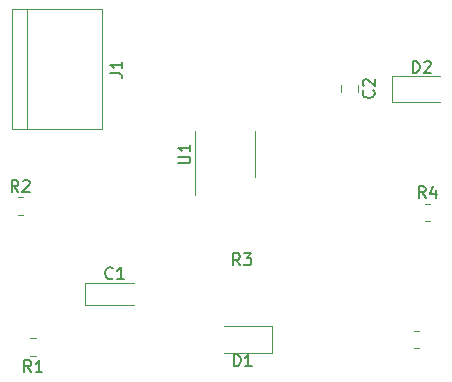
<source format=gbr>
%TF.GenerationSoftware,KiCad,Pcbnew,(6.0.10)*%
%TF.CreationDate,2023-02-17T10:00:27-08:00*%
%TF.ProjectId,exercise2,65786572-6369-4736-9532-2e6b69636164,rev?*%
%TF.SameCoordinates,Original*%
%TF.FileFunction,Legend,Top*%
%TF.FilePolarity,Positive*%
%FSLAX46Y46*%
G04 Gerber Fmt 4.6, Leading zero omitted, Abs format (unit mm)*
G04 Created by KiCad (PCBNEW (6.0.10)) date 2023-02-17 10:00:27*
%MOMM*%
%LPD*%
G01*
G04 APERTURE LIST*
%ADD10C,0.150000*%
%ADD11C,0.120000*%
G04 APERTURE END LIST*
D10*
%TO.C,U1*%
X132217380Y-76531904D02*
X133026904Y-76531904D01*
X133122142Y-76484285D01*
X133169761Y-76436666D01*
X133217380Y-76341428D01*
X133217380Y-76150952D01*
X133169761Y-76055714D01*
X133122142Y-76008095D01*
X133026904Y-75960476D01*
X132217380Y-75960476D01*
X133217380Y-74960476D02*
X133217380Y-75531904D01*
X133217380Y-75246190D02*
X132217380Y-75246190D01*
X132360238Y-75341428D01*
X132455476Y-75436666D01*
X132503095Y-75531904D01*
%TO.C,R4*%
X153141589Y-79477380D02*
X152808256Y-79001190D01*
X152570160Y-79477380D02*
X152570160Y-78477380D01*
X152951113Y-78477380D01*
X153046351Y-78525000D01*
X153093970Y-78572619D01*
X153141589Y-78667857D01*
X153141589Y-78810714D01*
X153093970Y-78905952D01*
X153046351Y-78953571D01*
X152951113Y-79001190D01*
X152570160Y-79001190D01*
X153998732Y-78810714D02*
X153998732Y-79477380D01*
X153760636Y-78429761D02*
X153522541Y-79144047D01*
X154141589Y-79144047D01*
%TO.C,R3*%
X137428333Y-85162380D02*
X137095000Y-84686190D01*
X136856904Y-85162380D02*
X136856904Y-84162380D01*
X137237857Y-84162380D01*
X137333095Y-84210000D01*
X137380714Y-84257619D01*
X137428333Y-84352857D01*
X137428333Y-84495714D01*
X137380714Y-84590952D01*
X137333095Y-84638571D01*
X137237857Y-84686190D01*
X136856904Y-84686190D01*
X137761666Y-84162380D02*
X138380714Y-84162380D01*
X138047380Y-84543333D01*
X138190238Y-84543333D01*
X138285476Y-84590952D01*
X138333095Y-84638571D01*
X138380714Y-84733809D01*
X138380714Y-84971904D01*
X138333095Y-85067142D01*
X138285476Y-85114761D01*
X138190238Y-85162380D01*
X137904523Y-85162380D01*
X137809285Y-85114761D01*
X137761666Y-85067142D01*
%TO.C,R2*%
X118667461Y-78952380D02*
X118334128Y-78476190D01*
X118096032Y-78952380D02*
X118096032Y-77952380D01*
X118476985Y-77952380D01*
X118572223Y-78000000D01*
X118619842Y-78047619D01*
X118667461Y-78142857D01*
X118667461Y-78285714D01*
X118619842Y-78380952D01*
X118572223Y-78428571D01*
X118476985Y-78476190D01*
X118096032Y-78476190D01*
X119048413Y-78047619D02*
X119096032Y-78000000D01*
X119191270Y-77952380D01*
X119429366Y-77952380D01*
X119524604Y-78000000D01*
X119572223Y-78047619D01*
X119619842Y-78142857D01*
X119619842Y-78238095D01*
X119572223Y-78380952D01*
X119000794Y-78952380D01*
X119619842Y-78952380D01*
%TO.C,R1*%
X119740397Y-94202380D02*
X119407064Y-93726190D01*
X119168968Y-94202380D02*
X119168968Y-93202380D01*
X119549921Y-93202380D01*
X119645159Y-93250000D01*
X119692778Y-93297619D01*
X119740397Y-93392857D01*
X119740397Y-93535714D01*
X119692778Y-93630952D01*
X119645159Y-93678571D01*
X119549921Y-93726190D01*
X119168968Y-93726190D01*
X120692778Y-94202380D02*
X120121349Y-94202380D01*
X120407064Y-94202380D02*
X120407064Y-93202380D01*
X120311825Y-93345238D01*
X120216587Y-93440476D01*
X120121349Y-93488095D01*
%TO.C,J1*%
X126452380Y-68913333D02*
X127166666Y-68913333D01*
X127309523Y-68960952D01*
X127404761Y-69056190D01*
X127452380Y-69199047D01*
X127452380Y-69294285D01*
X127452380Y-67913333D02*
X127452380Y-68484761D01*
X127452380Y-68199047D02*
X126452380Y-68199047D01*
X126595238Y-68294285D01*
X126690476Y-68389523D01*
X126738095Y-68484761D01*
%TO.C,D2*%
X152061904Y-68872380D02*
X152061904Y-67872380D01*
X152300000Y-67872380D01*
X152442857Y-67920000D01*
X152538095Y-68015238D01*
X152585714Y-68110476D01*
X152633333Y-68300952D01*
X152633333Y-68443809D01*
X152585714Y-68634285D01*
X152538095Y-68729523D01*
X152442857Y-68824761D01*
X152300000Y-68872380D01*
X152061904Y-68872380D01*
X153014285Y-67967619D02*
X153061904Y-67920000D01*
X153157142Y-67872380D01*
X153395238Y-67872380D01*
X153490476Y-67920000D01*
X153538095Y-67967619D01*
X153585714Y-68062857D01*
X153585714Y-68158095D01*
X153538095Y-68300952D01*
X152966666Y-68872380D01*
X153585714Y-68872380D01*
%TO.C,D1*%
X136904404Y-93712380D02*
X136904404Y-92712380D01*
X137142500Y-92712380D01*
X137285357Y-92760000D01*
X137380595Y-92855238D01*
X137428214Y-92950476D01*
X137475833Y-93140952D01*
X137475833Y-93283809D01*
X137428214Y-93474285D01*
X137380595Y-93569523D01*
X137285357Y-93664761D01*
X137142500Y-93712380D01*
X136904404Y-93712380D01*
X138428214Y-93712380D02*
X137856785Y-93712380D01*
X138142500Y-93712380D02*
X138142500Y-92712380D01*
X138047261Y-92855238D01*
X137952023Y-92950476D01*
X137856785Y-92998095D01*
%TO.C,C2*%
X148728394Y-70360406D02*
X148776013Y-70408025D01*
X148823632Y-70550882D01*
X148823632Y-70646120D01*
X148776013Y-70788978D01*
X148680775Y-70884216D01*
X148585537Y-70931835D01*
X148395061Y-70979454D01*
X148252204Y-70979454D01*
X148061728Y-70931835D01*
X147966490Y-70884216D01*
X147871252Y-70788978D01*
X147823632Y-70646120D01*
X147823632Y-70550882D01*
X147871252Y-70408025D01*
X147918871Y-70360406D01*
X147918871Y-69979454D02*
X147871252Y-69931835D01*
X147823632Y-69836597D01*
X147823632Y-69598501D01*
X147871252Y-69503263D01*
X147918871Y-69455644D01*
X148014109Y-69408025D01*
X148109347Y-69408025D01*
X148252204Y-69455644D01*
X148823632Y-70027073D01*
X148823632Y-69408025D01*
%TO.C,C1*%
X126648333Y-86242142D02*
X126600714Y-86289761D01*
X126457857Y-86337380D01*
X126362619Y-86337380D01*
X126219761Y-86289761D01*
X126124523Y-86194523D01*
X126076904Y-86099285D01*
X126029285Y-85908809D01*
X126029285Y-85765952D01*
X126076904Y-85575476D01*
X126124523Y-85480238D01*
X126219761Y-85385000D01*
X126362619Y-85337380D01*
X126457857Y-85337380D01*
X126600714Y-85385000D01*
X126648333Y-85432619D01*
X127600714Y-86337380D02*
X127029285Y-86337380D01*
X127315000Y-86337380D02*
X127315000Y-85337380D01*
X127219761Y-85480238D01*
X127124523Y-85575476D01*
X127029285Y-85623095D01*
D11*
%TO.C,U1*%
X133605000Y-75770000D02*
X133605000Y-73820000D01*
X133605000Y-75770000D02*
X133605000Y-79220000D01*
X138725000Y-75770000D02*
X138725000Y-77720000D01*
X138725000Y-75770000D02*
X138725000Y-73820000D01*
%TO.C,R4*%
X153081192Y-79940000D02*
X153535320Y-79940000D01*
X153081192Y-81410000D02*
X153535320Y-81410000D01*
%TO.C,R3*%
X152172936Y-90705000D02*
X152627064Y-90705000D01*
X152172936Y-92175000D02*
X152627064Y-92175000D01*
%TO.C,R2*%
X118607064Y-79415000D02*
X119061192Y-79415000D01*
X118607064Y-80885000D02*
X119061192Y-80885000D01*
%TO.C,R1*%
X120134128Y-92835000D02*
X119680000Y-92835000D01*
X120134128Y-91365000D02*
X119680000Y-91365000D01*
%TO.C,J1*%
X125730000Y-73660000D02*
X125730000Y-63500000D01*
X118110000Y-63500000D02*
X118110000Y-73660000D01*
X119380000Y-73660000D02*
X119380000Y-63500000D01*
X118110000Y-73660000D02*
X125730000Y-73660000D01*
X125730000Y-63500000D02*
X118110000Y-63500000D01*
%TO.C,D2*%
X150340000Y-71375000D02*
X154400000Y-71375000D01*
X150340000Y-69105000D02*
X150340000Y-71375000D01*
X154400000Y-69105000D02*
X150340000Y-69105000D01*
%TO.C,D1*%
X140102500Y-90305000D02*
X136042500Y-90305000D01*
X140102500Y-92575000D02*
X140102500Y-90305000D01*
X136042500Y-92575000D02*
X140102500Y-92575000D01*
%TO.C,C2*%
X147426252Y-69932488D02*
X147426252Y-70454992D01*
X145956252Y-69932488D02*
X145956252Y-70454992D01*
%TO.C,C1*%
X124330000Y-86700000D02*
X124330000Y-88570000D01*
X128415000Y-86700000D02*
X124330000Y-86700000D01*
X124330000Y-88570000D02*
X128415000Y-88570000D01*
%TD*%
M02*

</source>
